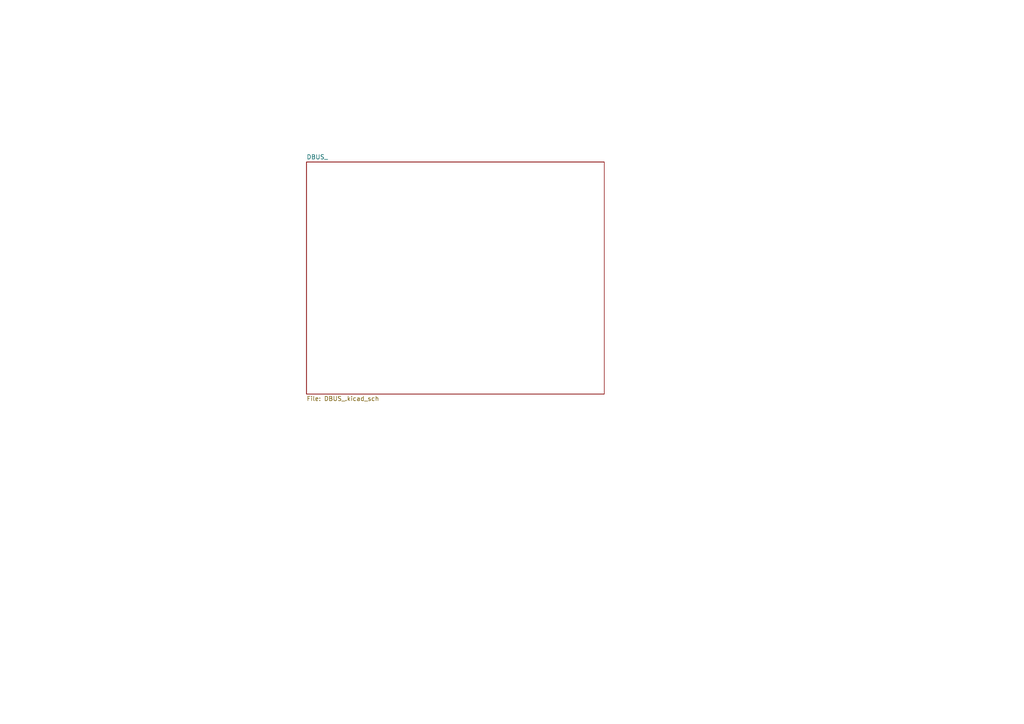
<source format=kicad_sch>
(kicad_sch (version 20230121) (generator eeschema)
  (paper "A4")
  (lib_symbols)
  (sheet (at 88.9 46.99) (size 86.36 67.31) (stroke (width 0.1524))
    (property "Sheetname" "DBUS_" (at 88.9 46.2784 0) (effects (justify left bottom)))
    (property "Sheetfile" "DBUS_.kicad_sch" (at 88.9 114.8846 0) (effects (justify left top)))
  )
)
</source>
